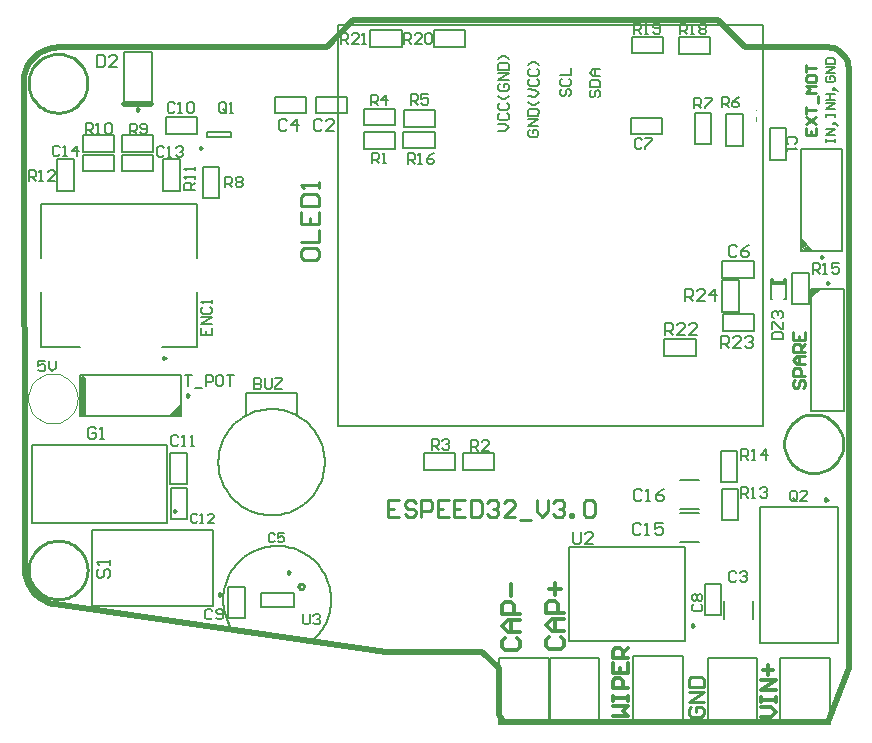
<source format=gto>
G04*
G04 #@! TF.GenerationSoftware,Altium Limited,Altium Designer,22.2.1 (43)*
G04*
G04 Layer_Color=65535*
%FSLAX25Y25*%
%MOIN*%
G70*
G04*
G04 #@! TF.SameCoordinates,5B388EAC-A044-4A36-8472-2700C52922B7*
G04*
G04*
G04 #@! TF.FilePolarity,Positive*
G04*
G01*
G75*
%ADD10C,0.00984*%
%ADD11C,0.00600*%
%ADD12C,0.01000*%
%ADD13C,0.00800*%
%ADD14C,0.00394*%
%ADD15C,0.00787*%
%ADD16C,0.01968*%
%ADD17C,0.01200*%
%ADD18R,0.04921X0.01772*%
G36*
X244434Y208397D02*
Y208268D01*
X244304D01*
Y208138D01*
X244174D01*
Y208527D01*
X244045D01*
Y209565D01*
X244174D01*
Y209695D01*
X244434D01*
Y208527D01*
Y208397D01*
D02*
G37*
G36*
X244174Y210474D02*
Y210604D01*
X244304D01*
Y210344D01*
X244174D01*
Y210474D01*
D02*
G37*
G36*
X244304Y212032D02*
Y211902D01*
X244174D01*
Y212032D01*
X244304D01*
D02*
G37*
D10*
X88732Y58067D02*
X87994Y58494D01*
Y57641D01*
X88732Y58067D01*
X268546Y154487D02*
X267808Y154914D01*
Y154061D01*
X268546Y154487D01*
X266492Y163109D02*
X265754Y163535D01*
Y162682D01*
X266492Y163109D01*
X47262Y129504D02*
X46524Y129930D01*
Y129078D01*
X47262Y129504D01*
X55101Y116990D02*
X54362Y117416D01*
Y116564D01*
X55101Y116990D01*
X38492Y212352D02*
X37754Y212779D01*
Y211926D01*
X38492Y212352D01*
X50724Y78547D02*
X49986Y78973D01*
Y78121D01*
X50724Y78547D01*
X65980Y50660D02*
X65242Y51086D01*
Y50233D01*
X65980Y50660D01*
X223531Y40260D02*
X222793Y40686D01*
Y39834D01*
X223531Y40260D01*
X267986Y82273D02*
X267248Y82699D01*
Y81847D01*
X267986Y82273D01*
X59391Y199500D02*
X58653Y199926D01*
Y199074D01*
X59391Y199500D01*
D11*
X100327Y94742D02*
X100298Y95744D01*
X100213Y96743D01*
X100072Y97736D01*
X99875Y98719D01*
X99622Y99689D01*
X99315Y100644D01*
X98954Y101579D01*
X98541Y102493D01*
X98077Y103382D01*
X97563Y104243D01*
X97002Y105074D01*
X96394Y105871D01*
X95743Y106633D01*
X95049Y107357D01*
X94315Y108041D01*
X93544Y108682D01*
X92738Y109278D01*
X91899Y109828D01*
X91031Y110329D01*
X90135Y110781D01*
X89216Y111181D01*
X88275Y111528D01*
X87317Y111822D01*
X86343Y112060D01*
X85357Y112244D01*
X84362Y112371D01*
X83362Y112442D01*
X82360Y112456D01*
X81358Y112414D01*
X80360Y112315D01*
X79369Y112159D01*
X78389Y111948D01*
X77422Y111682D01*
X76472Y111361D01*
X75542Y110987D01*
X74634Y110561D01*
X73752Y110085D01*
X72898Y109559D01*
X72075Y108986D01*
X71286Y108367D01*
X70534Y107704D01*
X69820Y107000D01*
X69147Y106257D01*
X68517Y105477D01*
X67932Y104662D01*
X67394Y103816D01*
X66905Y102941D01*
X66466Y102039D01*
X66079Y101114D01*
X65745Y100169D01*
X65465Y99206D01*
X65240Y98229D01*
X65071Y97240D01*
X64957Y96244D01*
X64901Y95243D01*
X64901Y94240D01*
X64957Y93239D01*
X65071Y92243D01*
X65240Y91255D01*
X65465Y90277D01*
X65745Y89315D01*
X66079Y88369D01*
X66466Y87444D01*
X66905Y86542D01*
X67394Y85667D01*
X67932Y84821D01*
X68517Y84006D01*
X69147Y83226D01*
X69820Y82483D01*
X70534Y81779D01*
X71286Y81116D01*
X72075Y80498D01*
X72898Y79924D01*
X73752Y79399D01*
X74634Y78922D01*
X75542Y78496D01*
X76472Y78122D01*
X77422Y77802D01*
X78389Y77535D01*
X79369Y77324D01*
X80360Y77169D01*
X81358Y77069D01*
X82359Y77027D01*
X83362Y77041D01*
X84362Y77112D01*
X85357Y77239D01*
X86343Y77423D01*
X87317Y77662D01*
X88275Y77955D01*
X89216Y78303D01*
X90135Y78703D01*
X91031Y79154D01*
X91899Y79655D01*
X92738Y80205D01*
X93544Y80801D01*
X94315Y81442D01*
X95049Y82126D01*
X95743Y82850D01*
X96394Y83612D01*
X97002Y84409D01*
X97563Y85240D01*
X98077Y86101D01*
X98541Y86990D01*
X98954Y87904D01*
X99315Y88840D01*
X99622Y89794D01*
X99875Y90764D01*
X100072Y91747D01*
X100213Y92740D01*
X100298Y93739D01*
X100327Y94742D01*
X232918Y156266D02*
X243351D01*
Y161778D01*
X232918D02*
X243351D01*
X232918Y156266D02*
Y161778D01*
X104595Y106760D02*
Y240618D01*
X246327D01*
Y106760D02*
Y240618D01*
X104595Y106760D02*
X246327D01*
X233072Y144057D02*
X243506D01*
X233072Y138545D02*
Y144057D01*
Y138545D02*
X243506D01*
Y144057D01*
X223952Y130233D02*
Y135744D01*
X213519Y130233D02*
X223952D01*
X213519D02*
Y135744D01*
X223952D01*
X232816Y144969D02*
Y155402D01*
Y144969D02*
X238328D01*
Y155402D01*
X232816D02*
X238328D01*
X228702Y230929D02*
Y236441D01*
X218269Y230929D02*
X228702D01*
X218269D02*
Y236441D01*
X228702D01*
X213049Y231016D02*
Y236527D01*
X202616Y231016D02*
X213049D01*
X202616D02*
Y236527D01*
X213049D01*
X115526Y233244D02*
Y238756D01*
X125959D01*
Y233244D02*
Y238756D01*
X115526Y233244D02*
X125959D01*
X136732Y238756D02*
X147165D01*
X136732Y233244D02*
Y238756D01*
Y233244D02*
X147165D01*
Y238756D01*
X91110Y117742D02*
X91110Y110242D01*
X74110Y117742D02*
X74110Y110242D01*
Y117742D02*
X91110Y117742D01*
X68202Y42742D02*
X73714D01*
X68202D02*
Y53175D01*
X73714D01*
Y42742D02*
Y53175D01*
X254256Y195617D02*
Y206050D01*
X248744D02*
X254256D01*
X248744Y195617D02*
Y206050D01*
Y195617D02*
X254256D01*
X232498Y43791D02*
Y54224D01*
X226986D02*
X232498D01*
X226986Y43791D02*
Y54224D01*
Y43791D02*
X232498D01*
X47284Y209664D02*
X57717D01*
X47284Y204152D02*
Y209664D01*
Y204152D02*
X57717D01*
Y209664D01*
X54387Y87360D02*
Y97794D01*
X48875D02*
X54387D01*
X48875Y87360D02*
Y97794D01*
Y87360D02*
X54387D01*
X48961Y75783D02*
Y86216D01*
Y75783D02*
X54473D01*
Y86216D01*
X48961D02*
X54473D01*
X146283Y92244D02*
Y97756D01*
X156717D01*
Y92244D02*
Y97756D01*
X146283Y92244D02*
X156717D01*
X133470Y92213D02*
Y97724D01*
X143903D01*
Y92213D02*
Y97724D01*
X133470Y92213D02*
X143903D01*
X234244Y210717D02*
X239756D01*
Y200284D02*
Y210717D01*
X234244Y200284D02*
X239756D01*
X234244D02*
Y210717D01*
X223744Y211216D02*
X229256D01*
Y200783D02*
Y211216D01*
X223744Y200783D02*
X229256D01*
X223744D02*
Y211216D01*
X59636Y193237D02*
X65148D01*
Y182804D02*
Y193237D01*
X59636Y182804D02*
X65148D01*
X59636D02*
Y193237D01*
X32783Y198244D02*
Y203756D01*
X43216D01*
Y198244D02*
Y203756D01*
X32783Y198244D02*
X43216D01*
X19783D02*
Y203756D01*
X30217D01*
Y198244D02*
Y203756D01*
X19783Y198244D02*
X30217D01*
X46575Y185311D02*
X52087D01*
X46575D02*
Y195744D01*
X52087D01*
Y185311D02*
Y195744D01*
X11142D02*
X16654D01*
Y185311D02*
Y195744D01*
X11142Y185311D02*
X16654D01*
X11142D02*
Y195744D01*
X232593Y85787D02*
X238105D01*
Y75354D02*
Y85787D01*
X232593Y75354D02*
X238105D01*
X232593D02*
Y85787D01*
X232333Y98516D02*
X237845D01*
Y88083D02*
Y98516D01*
X232333Y88083D02*
X237845D01*
X232333D02*
Y98516D01*
X256110Y157926D02*
X261622D01*
Y147493D02*
Y157926D01*
X256110Y147493D02*
X261622D01*
X256110D02*
Y157926D01*
X126587Y199455D02*
X137021D01*
Y204967D01*
X126587D02*
X137021D01*
X126587Y199455D02*
Y204967D01*
X253961Y149233D02*
Y155926D01*
X249039Y149233D02*
Y155926D01*
X253961Y155926D02*
Y155926D01*
X253390Y155926D02*
X253961D01*
X253390Y155434D02*
Y155926D01*
X249610Y155434D02*
Y155926D01*
X249039D02*
X249610D01*
X253961Y149233D02*
Y149233D01*
X253390Y149233D02*
X253961D01*
X249039D02*
Y149233D01*
Y149233D02*
X249571D01*
X83784Y211087D02*
X94217D01*
Y216599D01*
X83784D02*
X94217D01*
X83784Y211087D02*
Y216599D01*
X126782Y206644D02*
X137215D01*
Y212155D01*
X126782D02*
X137215D01*
X126782Y206644D02*
Y212155D01*
X113349Y199292D02*
X123782D01*
Y204803D01*
X113349D02*
X123782D01*
X113349Y199292D02*
Y204803D01*
X212819Y204014D02*
Y209526D01*
X202386Y204014D02*
X212819D01*
X202386D02*
Y209526D01*
X212819D01*
X97284Y211100D02*
X107717D01*
Y216612D01*
X97284D02*
X107717D01*
X97284Y211100D02*
Y216612D01*
X32783Y191744D02*
X43216D01*
Y197256D01*
X32783Y197256D02*
X43216Y197256D01*
X32783Y191744D02*
Y197256D01*
X19783D02*
X30217Y197256D01*
X19783Y197256D02*
X19783Y191744D01*
X30217D01*
Y197256D01*
X113470Y207098D02*
Y212610D01*
X123903D01*
Y207098D02*
Y212610D01*
X113470Y207098D02*
X123903D01*
X237768Y166642D02*
X237102Y167309D01*
X235769D01*
X235102Y166642D01*
Y163976D01*
X235769Y163310D01*
X237102D01*
X237768Y163976D01*
X241767Y167309D02*
X240434Y166642D01*
X239101Y165309D01*
Y163976D01*
X239767Y163310D01*
X241100D01*
X241767Y163976D01*
Y164643D01*
X241100Y165309D01*
X239101D01*
X179488Y219154D02*
X178904Y218571D01*
Y217404D01*
X179488Y216821D01*
X180071D01*
X180654Y217404D01*
Y218571D01*
X181237Y219154D01*
X181820D01*
X182403Y218571D01*
Y217404D01*
X181820Y216821D01*
X179488Y222653D02*
X178904Y222070D01*
Y220903D01*
X179488Y220320D01*
X181820D01*
X182403Y220903D01*
Y222070D01*
X181820Y222653D01*
X178904Y223819D02*
X182403D01*
Y226152D01*
X168627Y205573D02*
X168039Y204995D01*
X168030Y203829D01*
X168608Y203241D01*
X170940Y203221D01*
X171528Y203800D01*
X171538Y204966D01*
X170960Y205554D01*
X169794Y205564D01*
X169784Y204397D01*
X171553Y206715D02*
X168054Y206744D01*
X171572Y209048D01*
X168073Y209077D01*
X168083Y210243D02*
X171582Y210214D01*
X171596Y211963D01*
X171018Y212551D01*
X168685Y212571D01*
X168098Y211993D01*
X168083Y210243D01*
X171621Y214879D02*
X170445Y213722D01*
X169278Y213732D01*
X168122Y214908D01*
X168136Y216657D02*
X170469Y216638D01*
X171645Y217795D01*
X170488Y218971D01*
X168156Y218990D01*
X168768Y222484D02*
X168180Y221906D01*
X168170Y220739D01*
X168749Y220151D01*
X171081Y220132D01*
X171669Y220710D01*
X171679Y221877D01*
X171100Y222464D01*
X168797Y225983D02*
X168209Y225404D01*
X168199Y224238D01*
X168778Y223650D01*
X171110Y223631D01*
X171698Y224209D01*
X171708Y225375D01*
X171130Y225963D01*
X171722Y227125D02*
X170566Y228301D01*
X169399Y228310D01*
X168224Y227154D01*
X189185Y218687D02*
X188602Y218104D01*
Y216938D01*
X189185Y216355D01*
X189768D01*
X190352Y216938D01*
Y218104D01*
X190935Y218687D01*
X191518D01*
X192101Y218104D01*
Y216938D01*
X191518Y216355D01*
X188602Y219854D02*
X192101D01*
Y221603D01*
X191518Y222186D01*
X189185D01*
X188602Y221603D01*
Y219854D01*
X192101Y223352D02*
X189768D01*
X188602Y224519D01*
X189768Y225685D01*
X192101D01*
X190352D01*
Y223352D01*
X158182Y205185D02*
X160515D01*
X161681Y206351D01*
X160515Y207518D01*
X158182D01*
X158765Y211017D02*
X158182Y210433D01*
Y209267D01*
X158765Y208684D01*
X161098D01*
X161681Y209267D01*
Y210433D01*
X161098Y211017D01*
X158765Y214515D02*
X158182Y213932D01*
Y212766D01*
X158765Y212183D01*
X161098D01*
X161681Y212766D01*
Y213932D01*
X161098Y214515D01*
X161681Y216848D02*
X160515Y215682D01*
X159348D01*
X158182Y216848D01*
X158765Y220930D02*
X158182Y220347D01*
Y219180D01*
X158765Y218597D01*
X161098D01*
X161681Y219180D01*
Y220347D01*
X161098Y220930D01*
X159932D01*
Y219764D01*
X161681Y222096D02*
X158182D01*
X161681Y224429D01*
X158182D01*
Y225595D02*
X161681D01*
Y227344D01*
X161098Y227928D01*
X158765D01*
X158182Y227344D01*
Y225595D01*
X161681Y229094D02*
X160515Y230260D01*
X159348D01*
X158182Y229094D01*
X232548Y132838D02*
Y136837D01*
X234547D01*
X235214Y136171D01*
Y134838D01*
X234547Y134171D01*
X232548D01*
X233881D02*
X235214Y132838D01*
X239212D02*
X236547D01*
X239212Y135504D01*
Y136171D01*
X238546Y136837D01*
X237213D01*
X236547Y136171D01*
X240545D02*
X241212Y136837D01*
X242545D01*
X243211Y136171D01*
Y135504D01*
X242545Y134838D01*
X241878D01*
X242545D01*
X243211Y134171D01*
Y133505D01*
X242545Y132838D01*
X241212D01*
X240545Y133505D01*
X220542Y148381D02*
Y152380D01*
X222542D01*
X223208Y151714D01*
Y150381D01*
X222542Y149714D01*
X220542D01*
X221875D02*
X223208Y148381D01*
X227207D02*
X224541D01*
X227207Y151047D01*
Y151714D01*
X226540Y152380D01*
X225207D01*
X224541Y151714D01*
X230539Y148381D02*
Y152380D01*
X228540Y150381D01*
X231205D01*
X267401Y201462D02*
Y202462D01*
Y201962D01*
X270400D01*
Y201462D01*
Y202462D01*
Y203961D02*
X267401D01*
X270400Y205961D01*
X267401D01*
X270900Y207460D02*
X270400Y207960D01*
X269900D01*
Y207460D01*
X270400D01*
Y207960D01*
X270900Y207460D01*
X271400Y206960D01*
X267401Y209959D02*
Y210959D01*
Y210459D01*
X270400D01*
Y209959D01*
Y210959D01*
Y212459D02*
X267401D01*
X270400Y214458D01*
X267401D01*
Y215458D02*
X270400D01*
X268901D01*
Y217457D01*
X267401D01*
X270400D01*
X270900Y218956D02*
X270400Y219456D01*
X269900D01*
Y218956D01*
X270400D01*
Y219456D01*
X270900Y218956D01*
X271400Y218457D01*
X267901Y223455D02*
X267401Y222955D01*
Y221956D01*
X267901Y221456D01*
X269900D01*
X270400Y221956D01*
Y222955D01*
X269900Y223455D01*
X268901D01*
Y222455D01*
X270400Y224455D02*
X267401D01*
X270400Y226454D01*
X267401D01*
Y227454D02*
X270400D01*
Y228953D01*
X269900Y229453D01*
X267901D01*
X267401Y228953D01*
Y227454D01*
X105790Y234251D02*
Y237749D01*
X107539D01*
X108123Y237166D01*
Y236000D01*
X107539Y235417D01*
X105790D01*
X106956D02*
X108123Y234251D01*
X111621D02*
X109289D01*
X111621Y236583D01*
Y237166D01*
X111038Y237749D01*
X109872D01*
X109289Y237166D01*
X112788Y234251D02*
X113954D01*
X113371D01*
Y237749D01*
X112788Y237166D01*
X126785Y234251D02*
Y237749D01*
X128535D01*
X129118Y237166D01*
Y236000D01*
X128535Y235417D01*
X126785D01*
X127952D02*
X129118Y234251D01*
X132617D02*
X130284D01*
X132617Y236583D01*
Y237166D01*
X132034Y237749D01*
X130867D01*
X130284Y237166D01*
X133783D02*
X134366Y237749D01*
X135532D01*
X136116Y237166D01*
Y234834D01*
X135532Y234251D01*
X134366D01*
X133783Y234834D01*
Y237166D01*
X203485Y237573D02*
Y241072D01*
X205234D01*
X205817Y240489D01*
Y239323D01*
X205234Y238740D01*
X203485D01*
X204651D02*
X205817Y237573D01*
X206984D02*
X208150D01*
X207567D01*
Y241072D01*
X206984Y240489D01*
X209899Y238156D02*
X210483Y237573D01*
X211649D01*
X212232Y238156D01*
Y240489D01*
X211649Y241072D01*
X210483D01*
X209899Y240489D01*
Y239906D01*
X210483Y239323D01*
X212232D01*
X218790Y237484D02*
Y240983D01*
X220539D01*
X221122Y240400D01*
Y239234D01*
X220539Y238650D01*
X218790D01*
X219956D02*
X221122Y237484D01*
X222289D02*
X223455D01*
X222872D01*
Y240983D01*
X222289Y240400D01*
X225204D02*
X225787Y240983D01*
X226954D01*
X227537Y240400D01*
Y239817D01*
X226954Y239234D01*
X227537Y238650D01*
Y238067D01*
X226954Y237484D01*
X225787D01*
X225204Y238067D01*
Y238650D01*
X225787Y239234D01*
X225204Y239817D01*
Y240400D01*
X225787Y239234D02*
X226954D01*
X83716Y70500D02*
X83216Y70999D01*
X82216D01*
X81716Y70500D01*
Y68500D01*
X82216Y68001D01*
X83216D01*
X83716Y68500D01*
X86715Y70999D02*
X84715D01*
Y69500D01*
X85715Y70000D01*
X86215D01*
X86715Y69500D01*
Y68500D01*
X86215Y68001D01*
X85215D01*
X84715Y68500D01*
X205673Y73972D02*
X205007Y74639D01*
X203674D01*
X203007Y73972D01*
Y71307D01*
X203674Y70640D01*
X205007D01*
X205673Y71307D01*
X207006Y70640D02*
X208339D01*
X207672D01*
Y74639D01*
X207006Y73972D01*
X213004Y74639D02*
X210338D01*
Y72639D01*
X211671Y73306D01*
X212337D01*
X213004Y72639D01*
Y71307D01*
X212337Y70640D01*
X211005D01*
X210338Y71307D01*
X206070Y85276D02*
X205404Y85942D01*
X204071D01*
X203404Y85276D01*
Y82610D01*
X204071Y81944D01*
X205404D01*
X206070Y82610D01*
X207403Y81944D02*
X208736D01*
X208069D01*
Y85942D01*
X207403Y85276D01*
X213401Y85942D02*
X212068Y85276D01*
X210735Y83943D01*
Y82610D01*
X211402Y81944D01*
X212735D01*
X213401Y82610D01*
Y83276D01*
X212735Y83943D01*
X210735D01*
X53652Y123702D02*
X55985D01*
X54818D01*
Y120203D01*
X57151Y119620D02*
X59484D01*
X60650Y120203D02*
Y123702D01*
X62399D01*
X62983Y123119D01*
Y121953D01*
X62399Y121370D01*
X60650D01*
X65898Y123702D02*
X64732D01*
X64149Y123119D01*
Y120786D01*
X64732Y120203D01*
X65898D01*
X66481Y120786D01*
Y123119D01*
X65898Y123702D01*
X67648D02*
X69980D01*
X68814D01*
Y120203D01*
X7234Y128557D02*
X4902D01*
Y126808D01*
X6068Y127391D01*
X6651D01*
X7234Y126808D01*
Y125641D01*
X6651Y125058D01*
X5485D01*
X4902Y125641D01*
X8401Y128557D02*
Y126225D01*
X9567Y125058D01*
X10733Y126225D01*
Y128557D01*
X257226Y200771D02*
X257809Y201355D01*
Y202521D01*
X257226Y203104D01*
X254893D01*
X254310Y202521D01*
Y201355D01*
X254893Y200771D01*
X254310Y199605D02*
Y198439D01*
Y199022D01*
X257809D01*
X257226Y199605D01*
X67500Y211868D02*
Y214200D01*
X66917Y214783D01*
X65751D01*
X65167Y214200D01*
Y211868D01*
X65751Y211284D01*
X66917D01*
X66334Y212451D02*
X67500Y211284D01*
X66917D02*
X67500Y211868D01*
X68666Y211284D02*
X69833D01*
X69249D01*
Y214783D01*
X68666Y214200D01*
X76878Y122695D02*
Y119196D01*
X78628D01*
X79211Y119780D01*
Y120363D01*
X78628Y120946D01*
X76878D01*
X78628D01*
X79211Y121529D01*
Y122112D01*
X78628Y122695D01*
X76878D01*
X80377D02*
Y119780D01*
X80960Y119196D01*
X82127D01*
X82710Y119780D01*
Y122695D01*
X83876D02*
X86209D01*
Y122112D01*
X83876Y119780D01*
Y119196D01*
X86209D01*
X239183Y95551D02*
Y99049D01*
X240933D01*
X241516Y98466D01*
Y97300D01*
X240933Y96717D01*
X239183D01*
X240350D02*
X241516Y95551D01*
X242682D02*
X243849D01*
X243266D01*
Y99049D01*
X242682Y98466D01*
X247347Y95551D02*
Y99049D01*
X245598Y97300D01*
X247931D01*
X239165Y82912D02*
Y86410D01*
X240915D01*
X241498Y85827D01*
Y84661D01*
X240915Y84078D01*
X239165D01*
X240332D02*
X241498Y82912D01*
X242664D02*
X243830D01*
X243247D01*
Y86410D01*
X242664Y85827D01*
X245580D02*
X246163Y86410D01*
X247329D01*
X247912Y85827D01*
Y85244D01*
X247329Y84661D01*
X246746D01*
X247329D01*
X247912Y84078D01*
Y83495D01*
X247329Y82912D01*
X246163D01*
X245580Y83495D01*
X206019Y202114D02*
X205436Y202697D01*
X204270D01*
X203686Y202114D01*
Y199781D01*
X204270Y199198D01*
X205436D01*
X206019Y199781D01*
X207185Y202697D02*
X209518D01*
Y202114D01*
X207185Y199781D01*
Y199198D01*
X51542Y103166D02*
X50959Y103749D01*
X49793D01*
X49210Y103166D01*
Y100834D01*
X49793Y100251D01*
X50959D01*
X51542Y100834D01*
X52708Y100251D02*
X53875D01*
X53292D01*
Y103749D01*
X52708Y103166D01*
X55624Y100251D02*
X56790D01*
X56207D01*
Y103749D01*
X55624Y103166D01*
X249570Y135730D02*
X253068D01*
Y137480D01*
X252485Y138063D01*
X250153D01*
X249570Y137480D01*
Y135730D01*
Y139229D02*
Y141562D01*
X250153D01*
X252485Y139229D01*
X253068D01*
Y141562D01*
X250153Y142728D02*
X249570Y143311D01*
Y144477D01*
X250153Y145061D01*
X250736D01*
X251319Y144477D01*
Y143894D01*
Y144477D01*
X251902Y145061D01*
X252485D01*
X253068Y144477D01*
Y143311D01*
X252485Y142728D01*
X93072Y44222D02*
Y41306D01*
X93655Y40723D01*
X94821D01*
X95404Y41306D01*
Y44222D01*
X96570Y43639D02*
X97154Y44222D01*
X98320D01*
X98903Y43639D01*
Y43056D01*
X98320Y42473D01*
X97737D01*
X98320D01*
X98903Y41890D01*
Y41306D01*
X98320Y40723D01*
X97154D01*
X96570Y41306D01*
X62919Y45310D02*
X62335Y45893D01*
X61169D01*
X60586Y45310D01*
Y42977D01*
X61169Y42394D01*
X62335D01*
X62919Y42977D01*
X64085D02*
X64668Y42394D01*
X65834D01*
X66417Y42977D01*
Y45310D01*
X65834Y45893D01*
X64668D01*
X64085Y45310D01*
Y44727D01*
X64668Y44144D01*
X66417D01*
X35258Y204135D02*
Y207634D01*
X37007D01*
X37591Y207051D01*
Y205884D01*
X37007Y205301D01*
X35258D01*
X36424D02*
X37591Y204135D01*
X38757Y204718D02*
X39340Y204135D01*
X40506D01*
X41089Y204718D01*
Y207051D01*
X40506Y207634D01*
X39340D01*
X38757Y207051D01*
Y206467D01*
X39340Y205884D01*
X41089D01*
X20626Y204255D02*
Y207754D01*
X22376D01*
X22959Y207171D01*
Y206005D01*
X22376Y205422D01*
X20626D01*
X21793D02*
X22959Y204255D01*
X24125D02*
X25292D01*
X24708D01*
Y207754D01*
X24125Y207171D01*
X27041D02*
X27624Y207754D01*
X28790D01*
X29374Y207171D01*
Y204838D01*
X28790Y204255D01*
X27624D01*
X27041Y204838D01*
Y207171D01*
X127930Y194217D02*
Y197716D01*
X129680D01*
X130263Y197133D01*
Y195967D01*
X129680Y195384D01*
X127930D01*
X129097D02*
X130263Y194217D01*
X131429D02*
X132596D01*
X132012D01*
Y197716D01*
X131429Y197133D01*
X136678Y197716D02*
X135511Y197133D01*
X134345Y195967D01*
Y194800D01*
X134928Y194217D01*
X136094D01*
X136678Y194800D01*
Y195384D01*
X136094Y195967D01*
X134345D01*
X129083Y213940D02*
Y217439D01*
X130832D01*
X131415Y216856D01*
Y215690D01*
X130832Y215107D01*
X129083D01*
X130249D02*
X131415Y213940D01*
X134914Y217439D02*
X132582D01*
Y215690D01*
X133748Y216273D01*
X134331D01*
X134914Y215690D01*
Y214523D01*
X134331Y213940D01*
X133165D01*
X132582Y214523D01*
X115641Y213801D02*
Y217299D01*
X117390D01*
X117973Y216716D01*
Y215550D01*
X117390Y214967D01*
X115641D01*
X116807D02*
X117973Y213801D01*
X120889D02*
Y217299D01*
X119140Y215550D01*
X121472D01*
X116136Y194465D02*
Y197964D01*
X117885D01*
X118469Y197381D01*
Y196215D01*
X117885Y195632D01*
X116136D01*
X117302D02*
X118469Y194465D01*
X119635D02*
X120801D01*
X120218D01*
Y197964D01*
X119635Y197381D01*
X263084Y157652D02*
Y161151D01*
X264834D01*
X265417Y160567D01*
Y159401D01*
X264834Y158818D01*
X263084D01*
X264251D02*
X265417Y157652D01*
X266583D02*
X267749D01*
X267166D01*
Y161151D01*
X266583Y160567D01*
X271831Y161151D02*
X269499D01*
Y159401D01*
X270665Y159984D01*
X271248D01*
X271831Y159401D01*
Y158235D01*
X271248Y157652D01*
X270082D01*
X269499Y158235D01*
X67101Y186459D02*
Y189958D01*
X68851D01*
X69434Y189374D01*
Y188208D01*
X68851Y187625D01*
X67101D01*
X68268D02*
X69434Y186459D01*
X70600Y189374D02*
X71183Y189958D01*
X72350D01*
X72933Y189374D01*
Y188791D01*
X72350Y188208D01*
X72933Y187625D01*
Y187042D01*
X72350Y186459D01*
X71183D01*
X70600Y187042D01*
Y187625D01*
X71183Y188208D01*
X70600Y188791D01*
Y189374D01*
X71183Y188208D02*
X72350D01*
X223584Y212671D02*
Y216170D01*
X225334D01*
X225917Y215586D01*
Y214420D01*
X225334Y213837D01*
X223584D01*
X224751D02*
X225917Y212671D01*
X227083Y216170D02*
X229416D01*
Y215586D01*
X227083Y213254D01*
Y212671D01*
X232657Y213016D02*
Y216515D01*
X234406D01*
X234989Y215932D01*
Y214765D01*
X234406Y214182D01*
X232657D01*
X233823D02*
X234989Y213016D01*
X238488Y216515D02*
X237322Y215932D01*
X236155Y214765D01*
Y213599D01*
X236739Y213016D01*
X237905D01*
X238488Y213599D01*
Y214182D01*
X237905Y214765D01*
X236155D01*
X257683Y82334D02*
Y84666D01*
X257100Y85249D01*
X255933D01*
X255350Y84666D01*
Y82334D01*
X255933Y81751D01*
X257100D01*
X256517Y82917D02*
X257683Y81751D01*
X257100D02*
X257683Y82334D01*
X261182Y81751D02*
X258849D01*
X261182Y84083D01*
Y84666D01*
X260598Y85249D01*
X259432D01*
X258849Y84666D01*
X50328Y214220D02*
X49745Y214803D01*
X48579D01*
X47996Y214220D01*
Y211887D01*
X48579Y211304D01*
X49745D01*
X50328Y211887D01*
X51495Y211304D02*
X52661D01*
X52078D01*
Y214803D01*
X51495Y214220D01*
X54410D02*
X54993Y214803D01*
X56160D01*
X56743Y214220D01*
Y211887D01*
X56160Y211304D01*
X54993D01*
X54410Y211887D01*
Y214220D01*
X59127Y139501D02*
Y137169D01*
X62626D01*
Y139501D01*
X60877Y137169D02*
Y138335D01*
X62626Y140667D02*
X59127D01*
X62626Y143000D01*
X59127D01*
X59711Y146499D02*
X59127Y145916D01*
Y144749D01*
X59711Y144166D01*
X62043D01*
X62626Y144749D01*
Y145916D01*
X62043Y146499D01*
X62626Y147665D02*
Y148831D01*
Y148248D01*
X59127D01*
X59711Y147665D01*
X57053Y185576D02*
X53554D01*
Y187325D01*
X54137Y187908D01*
X55304D01*
X55887Y187325D01*
Y185576D01*
Y186742D02*
X57053Y187908D01*
Y189075D02*
Y190241D01*
Y189658D01*
X53554D01*
X54137Y189075D01*
X57053Y191990D02*
Y193157D01*
Y192574D01*
X53554D01*
X54137Y191990D01*
X136084Y98980D02*
Y102479D01*
X137834D01*
X138417Y101895D01*
Y100729D01*
X137834Y100146D01*
X136084D01*
X137251D02*
X138417Y98980D01*
X139583Y101895D02*
X140166Y102479D01*
X141333D01*
X141916Y101895D01*
Y101312D01*
X141333Y100729D01*
X140749D01*
X141333D01*
X141916Y100146D01*
Y99563D01*
X141333Y98980D01*
X140166D01*
X139583Y99563D01*
X1641Y188512D02*
Y192011D01*
X3391D01*
X3974Y191428D01*
Y190261D01*
X3391Y189678D01*
X1641D01*
X2808D02*
X3974Y188512D01*
X5140D02*
X6307D01*
X5723D01*
Y192011D01*
X5140Y191428D01*
X10389Y188512D02*
X8056D01*
X10389Y190845D01*
Y191428D01*
X9805Y192011D01*
X8639D01*
X8056Y191428D01*
X149129Y98595D02*
Y102094D01*
X150879D01*
X151462Y101511D01*
Y100345D01*
X150879Y99761D01*
X149129D01*
X150295D02*
X151462Y98595D01*
X154961D02*
X152628D01*
X154961Y100928D01*
Y101511D01*
X154377Y102094D01*
X153211D01*
X152628Y101511D01*
X46759Y199410D02*
X46176Y199994D01*
X45009D01*
X44426Y199410D01*
Y197078D01*
X45009Y196495D01*
X46176D01*
X46759Y197078D01*
X47925Y196495D02*
X49091D01*
X48508D01*
Y199994D01*
X47925Y199410D01*
X50841D02*
X51424Y199994D01*
X52590D01*
X53173Y199410D01*
Y198827D01*
X52590Y198244D01*
X52007D01*
X52590D01*
X53173Y197661D01*
Y197078D01*
X52590Y196495D01*
X51424D01*
X50841Y197078D01*
X223320Y47394D02*
X222736Y46811D01*
Y45644D01*
X223320Y45061D01*
X225652D01*
X226235Y45644D01*
Y46811D01*
X225652Y47394D01*
X223320Y48560D02*
X222736Y49143D01*
Y50310D01*
X223320Y50893D01*
X223903D01*
X224486Y50310D01*
X225069Y50893D01*
X225652D01*
X226235Y50310D01*
Y49143D01*
X225652Y48560D01*
X225069D01*
X224486Y49143D01*
X223903Y48560D01*
X223320D01*
X224486Y49143D02*
Y50310D01*
X237530Y57867D02*
X236947Y58450D01*
X235781D01*
X235198Y57867D01*
Y55535D01*
X235781Y54952D01*
X236947D01*
X237530Y55535D01*
X238697Y57867D02*
X239280Y58450D01*
X240446D01*
X241029Y57867D01*
Y57284D01*
X240446Y56701D01*
X239863D01*
X240446D01*
X241029Y56118D01*
Y55535D01*
X240446Y54952D01*
X239280D01*
X238697Y55535D01*
X57898Y77000D02*
X57398Y77500D01*
X56398D01*
X55898Y77000D01*
Y75000D01*
X56398Y74501D01*
X57398D01*
X57898Y75000D01*
X58898Y74501D02*
X59897D01*
X59397D01*
Y77500D01*
X58898Y77000D01*
X63396Y74501D02*
X61397D01*
X63396Y76500D01*
Y77000D01*
X62896Y77500D01*
X61897D01*
X61397Y77000D01*
X11959Y199666D02*
X11376Y200249D01*
X10210D01*
X9626Y199666D01*
Y197334D01*
X10210Y196751D01*
X11376D01*
X11959Y197334D01*
X13125Y196751D02*
X14292D01*
X13708D01*
Y200249D01*
X13125Y199666D01*
X17790Y196751D02*
Y200249D01*
X16041Y198500D01*
X18374D01*
X183133Y71604D02*
Y68271D01*
X183800Y67605D01*
X185132D01*
X185799Y68271D01*
Y71604D01*
X189798Y67605D02*
X187132D01*
X189798Y70271D01*
Y70937D01*
X189131Y71604D01*
X187798D01*
X187132Y70937D01*
D12*
X93432Y53423D02*
X92932Y54289D01*
X91932D01*
X91432Y53423D01*
X91932Y52557D01*
X92932D01*
X93432Y53423D01*
X273133Y100860D02*
X273082Y101852D01*
X272932Y102834D01*
X272683Y103795D01*
X272338Y104727D01*
X271901Y105618D01*
X271375Y106461D01*
X270767Y107247D01*
X270083Y107967D01*
X269329Y108614D01*
X268514Y109181D01*
X267646Y109663D01*
X266733Y110055D01*
X265785Y110352D01*
X264812Y110552D01*
X263824Y110652D01*
X262831D01*
X261843Y110552D01*
X260870Y110352D01*
X259922Y110055D01*
X259010Y109663D01*
X258141Y109181D01*
X257326Y108614D01*
X256572Y107967D01*
X255888Y107247D01*
X255280Y106461D01*
X254755Y105618D01*
X254317Y104727D01*
X253972Y103795D01*
X253723Y102834D01*
X253573Y101852D01*
X253523Y100860D01*
X253573Y99868D01*
X253723Y98886D01*
X253972Y97925D01*
X254317Y96993D01*
X254755Y96102D01*
X255280Y95259D01*
X255888Y94473D01*
X256572Y93753D01*
X257326Y93106D01*
X258141Y92539D01*
X259010Y92057D01*
X259922Y91665D01*
X260870Y91368D01*
X261843Y91168D01*
X262831Y91067D01*
X263824Y91068D01*
X264812Y91168D01*
X265785Y91368D01*
X266733Y91665D01*
X267646Y92057D01*
X268514Y92539D01*
X269329Y93106D01*
X270083Y93753D01*
X270767Y94473D01*
X271375Y95259D01*
X271901Y96102D01*
X272338Y96993D01*
X272683Y97925D01*
X272932Y98886D01*
X273082Y99868D01*
X273133Y100860D01*
X21305Y58823D02*
X21255Y59815D01*
X21104Y60797D01*
X20855Y61758D01*
X20510Y62690D01*
X20073Y63581D01*
X19548Y64424D01*
X18940Y65210D01*
X18255Y65929D01*
X17502Y66576D01*
X16687Y67144D01*
X15818Y67626D01*
X14905Y68018D01*
X13958Y68315D01*
X12985Y68515D01*
X11997Y68615D01*
X11003D01*
X10015Y68515D01*
X9042Y68315D01*
X8095Y68018D01*
X7182Y67626D01*
X6313Y67144D01*
X5498Y66576D01*
X4745Y65929D01*
X4060Y65210D01*
X3452Y64424D01*
X2927Y63581D01*
X2490Y62690D01*
X2145Y61758D01*
X1896Y60797D01*
X1745Y59815D01*
X1695Y58823D01*
X1745Y57831D01*
X1896Y56849D01*
X2145Y55888D01*
X2490Y54956D01*
X2927Y54064D01*
X3452Y53221D01*
X4060Y52436D01*
X4745Y51716D01*
X5498Y51069D01*
X6313Y50502D01*
X7182Y50020D01*
X8095Y49628D01*
X9042Y49331D01*
X10015Y49131D01*
X11003Y49030D01*
X11997Y49030D01*
X12985Y49131D01*
X13958Y49331D01*
X14905Y49628D01*
X15818Y50020D01*
X16687Y50502D01*
X17502Y51069D01*
X18255Y51716D01*
X18940Y52436D01*
X19548Y53222D01*
X20073Y54064D01*
X20510Y54956D01*
X20855Y55888D01*
X21104Y56849D01*
X21255Y57831D01*
X21305Y58823D01*
X21257Y221056D02*
X21206Y222047D01*
X21056Y223029D01*
X20807Y223991D01*
X20462Y224922D01*
X20025Y225814D01*
X19499Y226657D01*
X18891Y227442D01*
X18207Y228162D01*
X17453Y228809D01*
X16638Y229377D01*
X15770Y229858D01*
X14857Y230250D01*
X13909Y230547D01*
X12936Y230747D01*
X11948Y230848D01*
X10955D01*
X9967Y230747D01*
X8994Y230547D01*
X8046Y230250D01*
X7134Y229858D01*
X6265Y229377D01*
X5450Y228809D01*
X4696Y228162D01*
X4012Y227442D01*
X3404Y226657D01*
X2879Y225814D01*
X2441Y224922D01*
X2096Y223991D01*
X1847Y223029D01*
X1697Y222047D01*
X1647Y221056D01*
X1697Y220063D01*
X1847Y219082D01*
X2096Y218120D01*
X2441Y217189D01*
X2879Y216297D01*
X3404Y215454D01*
X4012Y214669D01*
X4696Y213949D01*
X5450Y213302D01*
X6265Y212735D01*
X7134Y212252D01*
X8046Y211861D01*
X8994Y211563D01*
X9967Y211364D01*
X10955Y211263D01*
X11948Y211263D01*
X12936Y211364D01*
X13909Y211563D01*
X14857Y211861D01*
X15770Y212252D01*
X16638Y212735D01*
X17453Y213302D01*
X18207Y213949D01*
X18891Y214669D01*
X19499Y215454D01*
X20025Y216297D01*
X20462Y217189D01*
X20807Y218120D01*
X21056Y219082D01*
X21206Y220064D01*
X21257Y221056D01*
X125219Y82052D02*
X121554D01*
Y76554D01*
X125219D01*
X121554Y79303D02*
X123386D01*
X130717Y81135D02*
X129801Y82052D01*
X127968D01*
X127052Y81135D01*
Y80219D01*
X127968Y79303D01*
X129801D01*
X130717Y78386D01*
Y77470D01*
X129801Y76554D01*
X127968D01*
X127052Y77470D01*
X132550Y76554D02*
Y82052D01*
X135299D01*
X136216Y81135D01*
Y79303D01*
X135299Y78386D01*
X132550D01*
X141714Y82052D02*
X138048D01*
Y76554D01*
X141714D01*
X138048Y79303D02*
X139881D01*
X147212Y82052D02*
X143547D01*
Y76554D01*
X147212D01*
X143547Y79303D02*
X145379D01*
X149045Y82052D02*
Y76554D01*
X151794D01*
X152710Y77470D01*
Y81135D01*
X151794Y82052D01*
X149045D01*
X154543Y81135D02*
X155459Y82052D01*
X157292D01*
X158209Y81135D01*
Y80219D01*
X157292Y79303D01*
X156376D01*
X157292D01*
X158209Y78386D01*
Y77470D01*
X157292Y76554D01*
X155459D01*
X154543Y77470D01*
X163707Y76554D02*
X160041D01*
X163707Y80219D01*
Y81135D01*
X162790Y82052D01*
X160958D01*
X160041Y81135D01*
X165540Y75637D02*
X169205D01*
X171038Y82052D02*
Y78386D01*
X172870Y76554D01*
X174703Y78386D01*
Y82052D01*
X176536Y81135D02*
X177452Y82052D01*
X179285D01*
X180201Y81135D01*
Y80219D01*
X179285Y79303D01*
X178369D01*
X179285D01*
X180201Y78386D01*
Y77470D01*
X179285Y76554D01*
X177452D01*
X176536Y77470D01*
X182034Y76554D02*
Y77470D01*
X182950D01*
Y76554D01*
X182034D01*
X186616Y81135D02*
X187532Y82052D01*
X189365D01*
X190281Y81135D01*
Y77470D01*
X189365Y76554D01*
X187532D01*
X186616Y77470D01*
Y81135D01*
X92488Y165174D02*
Y163175D01*
X93488Y162175D01*
X97487D01*
X98486Y163175D01*
Y165174D01*
X97487Y166174D01*
X93488D01*
X92488Y165174D01*
Y168173D02*
X98486D01*
Y172172D01*
X92488Y178170D02*
Y174171D01*
X98486D01*
Y178170D01*
X95487Y174171D02*
Y176170D01*
X92488Y180169D02*
X98486D01*
Y183168D01*
X97487Y184168D01*
X93488D01*
X92488Y183168D01*
Y180169D01*
X98486Y186167D02*
Y188166D01*
Y187167D01*
X92488D01*
X93488Y186167D01*
X257193Y122106D02*
X256526Y121439D01*
Y120106D01*
X257193Y119440D01*
X257859D01*
X258526Y120106D01*
Y121439D01*
X259192Y122106D01*
X259858D01*
X260525Y121439D01*
Y120106D01*
X259858Y119440D01*
X260525Y123439D02*
X256526D01*
Y125438D01*
X257193Y126104D01*
X258526D01*
X259192Y125438D01*
Y123439D01*
X260525Y127437D02*
X257859D01*
X256526Y128770D01*
X257859Y130103D01*
X260525D01*
X258526D01*
Y127437D01*
X260525Y131436D02*
X256526D01*
Y133435D01*
X257193Y134102D01*
X258526D01*
X259192Y133435D01*
Y131436D01*
Y132769D02*
X260525Y134102D01*
X256526Y138101D02*
Y135435D01*
X260525D01*
Y138101D01*
X258526Y135435D02*
Y136768D01*
X260758Y206173D02*
Y203840D01*
X264257D01*
Y206173D01*
X262508Y203840D02*
Y205006D01*
X260758Y207339D02*
X264257Y209671D01*
X260758D02*
X264257Y207339D01*
X260758Y210838D02*
Y213170D01*
Y212004D01*
X264257D01*
X264840Y214337D02*
Y216669D01*
X264257Y217835D02*
X260758D01*
X261925Y219002D01*
X260758Y220168D01*
X264257D01*
X260758Y223084D02*
Y221918D01*
X261341Y221334D01*
X263674D01*
X264257Y221918D01*
Y223084D01*
X263674Y223667D01*
X261341D01*
X260758Y223084D01*
Y224833D02*
Y227166D01*
Y225999D01*
X264257D01*
X222465Y13195D02*
X221632Y12362D01*
Y10696D01*
X222465Y9863D01*
X225797D01*
X226630Y10696D01*
Y12362D01*
X225797Y13195D01*
X224131D01*
Y11529D01*
X226630Y14861D02*
X221632D01*
X226630Y18194D01*
X221632D01*
Y19860D02*
X226630D01*
Y22359D01*
X225797Y23192D01*
X222465D01*
X221632Y22359D01*
Y19860D01*
D13*
X97158Y36099D02*
X97847Y36827D01*
X98495Y37592D01*
X99099Y38392D01*
X99658Y39224D01*
X100170Y40086D01*
X100633Y40976D01*
X101045Y41890D01*
X101406Y42825D01*
X101715Y43779D01*
X101970Y44748D01*
X102170Y45730D01*
X102316Y46722D01*
X102406Y47721D01*
X102440Y48723D01*
X102419Y49725D01*
X102341Y50725D01*
X102209Y51718D01*
X102021Y52703D01*
X101778Y53676D01*
X101482Y54633D01*
X101133Y55573D01*
X100732Y56492D01*
X100281Y57387D01*
X99780Y58256D01*
X99232Y59095D01*
X98638Y59903D01*
X98000Y60676D01*
X97320Y61413D01*
X96600Y62110D01*
X95842Y62767D01*
X95049Y63380D01*
X94223Y63948D01*
X93366Y64469D01*
X92482Y64942D01*
X91573Y65364D01*
X90642Y65736D01*
X89692Y66055D01*
X88725Y66321D01*
X87745Y66532D01*
X86755Y66689D01*
X85757Y66790D01*
X84756Y66835D01*
X83753Y66825D01*
X82753Y66759D01*
X81758Y66637D01*
X80771Y66460D01*
X79796Y66228D01*
X78835Y65943D01*
X77891Y65604D01*
X76968Y65214D01*
X76068Y64772D01*
X75194Y64281D01*
X74348Y63743D01*
X73534Y63157D01*
X72754Y62528D01*
X72010Y61856D01*
X71304Y61144D01*
X70639Y60394D01*
X70018Y59607D01*
X69440Y58788D01*
X68910Y57937D01*
X68427Y57058D01*
X67994Y56154D01*
X67613Y55227D01*
X67283Y54280D01*
X67007Y53316D01*
X66784Y52339D01*
X66617Y51350D01*
X66505Y50354D01*
X66448Y49353D01*
X66447Y48351D01*
X66502Y47350D01*
X66613Y46354D01*
X66779Y45365D01*
X67000Y44387D01*
X67274Y43423D01*
X67602Y42476D01*
X67983Y41548D01*
X68414Y40643D01*
X67680Y42489D02*
X68008Y41687D01*
X68375Y40902D01*
X68778Y40135D01*
X213826Y137154D02*
Y141153D01*
X215826D01*
X216492Y140487D01*
Y139154D01*
X215826Y138487D01*
X213826D01*
X215159D02*
X216492Y137154D01*
X220491D02*
X217825D01*
X220491Y139820D01*
Y140487D01*
X219824Y141153D01*
X218491D01*
X217825Y140487D01*
X224489Y137154D02*
X221824D01*
X224489Y139820D01*
Y140487D01*
X223823Y141153D01*
X222490D01*
X221824Y140487D01*
X24565Y230330D02*
Y226331D01*
X26565D01*
X27231Y226998D01*
Y229664D01*
X26565Y230330D01*
X24565D01*
X31230Y226331D02*
X28564D01*
X31230Y228997D01*
Y229664D01*
X30564Y230330D01*
X29231D01*
X28564Y229664D01*
X87598Y208557D02*
X86931Y209223D01*
X85598D01*
X84932Y208557D01*
Y205891D01*
X85598Y205225D01*
X86931D01*
X87598Y205891D01*
X90930Y205225D02*
Y209223D01*
X88931Y207224D01*
X91597D01*
X99401Y208642D02*
X98735Y209309D01*
X97402D01*
X96736Y208642D01*
Y205976D01*
X97402Y205310D01*
X98735D01*
X99401Y205976D01*
X103400Y205310D02*
X100734D01*
X103400Y207976D01*
Y208642D01*
X102734Y209309D01*
X101401D01*
X100734Y208642D01*
X25101Y59116D02*
X24351Y58366D01*
Y56867D01*
X25101Y56117D01*
X25851D01*
X26601Y56867D01*
Y58366D01*
X27351Y59116D01*
X28100D01*
X28850Y58366D01*
Y56867D01*
X28100Y56117D01*
X28850Y60615D02*
Y62115D01*
Y61365D01*
X24351D01*
X25101Y60615D01*
X24000Y105776D02*
X23334Y106443D01*
X22001D01*
X21334Y105776D01*
Y103110D01*
X22001Y102444D01*
X23334D01*
X24000Y103110D01*
Y104443D01*
X22667D01*
X25333Y102444D02*
X26666D01*
X25999D01*
Y106443D01*
X25333Y105776D01*
D14*
X17969Y116000D02*
X17909Y116997D01*
X17729Y117979D01*
X17432Y118932D01*
X17022Y119842D01*
X16506Y120697D01*
X15890Y121483D01*
X15184Y122188D01*
X14398Y122804D01*
X13544Y123321D01*
X12634Y123730D01*
X11680Y124028D01*
X10698Y124207D01*
X9702Y124268D01*
X8705Y124207D01*
X7723Y124028D01*
X6770Y123730D01*
X5860Y123321D01*
X5005Y122804D01*
X4219Y122188D01*
X3513Y121483D01*
X2898Y120697D01*
X2381Y119842D01*
X1971Y118932D01*
X1674Y117979D01*
X1494Y116997D01*
X1434Y116000D01*
X1494Y115003D01*
X1674Y114021D01*
X1971Y113068D01*
X2381Y112158D01*
X2898Y111303D01*
X3513Y110518D01*
X4219Y109811D01*
X5005Y109196D01*
X5860Y108679D01*
X6770Y108270D01*
X7723Y107973D01*
X8705Y107793D01*
X9702Y107732D01*
X10698Y107793D01*
X11680Y107973D01*
X12634Y108270D01*
X13544Y108679D01*
X14398Y109196D01*
X15184Y109811D01*
X15890Y110518D01*
X16506Y111303D01*
X17022Y112158D01*
X17432Y113068D01*
X17729Y114021D01*
X17909Y115003D01*
X17969Y116000D01*
D15*
X78988Y46552D02*
X90012D01*
X78988D02*
Y51276D01*
X90012Y46552D02*
Y51276D01*
X78988D02*
X90012D01*
X262542Y149861D02*
X265298Y152617D01*
X262542Y150649D02*
X264511Y152617D01*
X262542Y151436D02*
X263723Y152617D01*
X262542Y111672D02*
Y152617D01*
Y111672D02*
X273566D01*
Y152617D01*
X262542D02*
X273566D01*
X218902Y79135D02*
X225201D01*
X218902Y88977D02*
X225201D01*
X218915Y68005D02*
X225215D01*
X218915Y77847D02*
X225215D01*
X259150Y165140D02*
X272850D01*
Y199077D01*
X259150D02*
X272850D01*
X259150Y165140D02*
Y199077D01*
X259303Y165805D02*
X259799Y165309D01*
X259303Y168805D02*
X262799Y165309D01*
X259303Y167805D02*
X261799Y165309D01*
X259303Y166805D02*
X260799Y165309D01*
X5630Y133244D02*
X18622D01*
X5630D02*
Y151354D01*
Y180882D02*
X5630Y162772D01*
X5630Y180882D02*
X57599D01*
X57598Y162772D02*
X57599Y180882D01*
Y133244D02*
Y151354D01*
X46181Y133244D02*
X57599D01*
X203100Y7976D02*
Y30024D01*
X219636D01*
Y7976D02*
Y30024D01*
X203100Y7976D02*
X219636D01*
X228005Y7476D02*
X244540D01*
Y29524D01*
X228005D02*
X244540D01*
X228005Y7476D02*
Y29524D01*
X175372Y7449D02*
Y29496D01*
X191908D01*
Y7449D02*
Y29496D01*
X175372Y7449D02*
X191908D01*
X252232Y7476D02*
Y29524D01*
X268768D01*
Y7476D02*
Y29524D01*
X252232Y7476D02*
X268768D01*
X158401D02*
X174936D01*
Y29524D01*
X158401D02*
X174936D01*
X158401Y7476D02*
Y29524D01*
X52577Y123840D02*
X52577Y110140D01*
X18640Y123840D02*
X52577D01*
X18640D02*
X18640Y110140D01*
X52577D01*
X51912Y110293D02*
X52408Y110789D01*
X48912Y110293D02*
X52408Y113789D01*
X49912Y110293D02*
X52408Y112789D01*
X50912Y110293D02*
X52408Y111789D01*
X42724Y214912D02*
Y231447D01*
X33276D02*
X42724D01*
X33276Y214912D02*
X42724D01*
X33276D02*
Y231447D01*
X2595Y74532D02*
X47870Y74532D01*
X2595Y74532D02*
Y100516D01*
X47870D01*
Y74532D02*
Y100516D01*
X22772Y46920D02*
Y72116D01*
X62929D01*
X22772Y46920D02*
X62929D01*
Y72116D01*
X181897Y35142D02*
Y66638D01*
X220480D01*
Y35142D02*
Y66638D01*
X181897Y35142D02*
X220480D01*
X243165Y42338D02*
Y48637D01*
X233322Y42338D02*
Y48637D01*
X245526Y79911D02*
X271510D01*
X245526Y34635D02*
Y79911D01*
Y34635D02*
X271510D01*
Y79911D01*
X61063Y203213D02*
X68937D01*
X61063D02*
Y204787D01*
X68937Y204787D01*
Y203213D02*
Y204787D01*
D16*
X19818Y122500D02*
X19866Y110828D01*
X33443Y214187D02*
X42544Y214137D01*
X274955Y226045D02*
X274884Y227035D01*
X274673Y228005D01*
X274326Y228934D01*
X273851Y229805D01*
X273256Y230600D01*
X272554Y231301D01*
X271760Y231896D01*
X270889Y232371D01*
X269959Y232718D01*
X268990Y232929D01*
X268000Y233000D01*
X269Y59520D02*
X311Y58508D01*
X436Y57503D01*
X644Y56511D01*
X933Y55540D01*
X1302Y54597D01*
X1747Y53687D01*
X2265Y52817D01*
X2854Y51992D01*
X3509Y51219D01*
X4226Y50503D01*
X4999Y49849D01*
X5824Y49261D01*
X6694Y48743D01*
X7604Y48298D01*
X8548Y47930D01*
X9519Y47642D01*
X10511Y47435D01*
X11472Y233000D02*
X10472Y232956D01*
X9480Y232826D01*
X8503Y232609D01*
X7548Y232308D01*
X6624Y231925D01*
X5736Y231463D01*
X4892Y230925D01*
X4098Y230316D01*
X3360Y229640D01*
X2684Y228902D01*
X2075Y228108D01*
X1537Y227264D01*
X1075Y226376D01*
X692Y225452D01*
X391Y224497D01*
X174Y223520D01*
X44Y222528D01*
X0Y221528D01*
X80127Y233123D02*
X100995D01*
X109884Y242012D01*
X158285Y10330D02*
X159404Y9211D01*
Y8307D02*
Y9211D01*
Y8307D02*
X268232D01*
X158285Y10330D02*
Y26236D01*
X268232Y8307D02*
X274933Y26054D01*
X274955Y226045D01*
X120798Y31598D02*
X152923D01*
X158285Y26236D01*
X109884Y242012D02*
X231322D01*
X47300Y233123D02*
X80127D01*
X11925D02*
X47300D01*
X231322Y242012D02*
X240322Y233012D01*
X267500D01*
X10511Y47435D02*
X120798Y31598D01*
X0Y221528D02*
X269Y59520D01*
X274955Y226045D02*
X274884Y227035D01*
X274673Y228005D01*
X274326Y228934D01*
X273851Y229805D01*
X273256Y230600D01*
X272554Y231301D01*
X271760Y231896D01*
X270889Y232371D01*
X269959Y232718D01*
X268990Y232929D01*
X268000Y233000D01*
X269Y59520D02*
X311Y58508D01*
X436Y57503D01*
X644Y56511D01*
X933Y55540D01*
X1302Y54597D01*
X1747Y53687D01*
X2265Y52817D01*
X2854Y51992D01*
X3509Y51219D01*
X4226Y50503D01*
X4999Y49849D01*
X5824Y49261D01*
X6694Y48743D01*
X7604Y48298D01*
X8548Y47930D01*
X9519Y47642D01*
X10511Y47435D01*
X11472Y233000D02*
X10472Y232956D01*
X9480Y232826D01*
X8503Y232609D01*
X7548Y232308D01*
X6624Y231925D01*
X5736Y231463D01*
X4892Y230925D01*
X4098Y230316D01*
X3360Y229640D01*
X2684Y228902D01*
X2075Y228108D01*
X1537Y227264D01*
X1075Y226376D01*
X692Y225452D01*
X391Y224497D01*
X174Y223520D01*
X44Y222528D01*
X0Y221528D01*
X80127Y233123D02*
X100995D01*
X109884Y242012D01*
X158285Y10330D02*
X159404Y9211D01*
Y8307D02*
Y9211D01*
Y8307D02*
X268232D01*
X158285Y10330D02*
Y26236D01*
X268232Y8307D02*
X274933Y26054D01*
X274955Y226045D01*
X120798Y31598D02*
X152923D01*
X158285Y26236D01*
X109884Y242012D02*
X231322D01*
X47300Y233123D02*
X80127D01*
X11925D02*
X47300D01*
X231322Y242012D02*
X240322Y233012D01*
X267500D01*
X10511Y47435D02*
X120798Y31598D01*
X0Y221528D02*
X269Y59520D01*
D17*
X175139Y36542D02*
X174139Y35542D01*
Y33543D01*
X175139Y32543D01*
X179137D01*
X180137Y33543D01*
Y35542D01*
X179137Y36542D01*
X180137Y38541D02*
X176138D01*
X174139Y40541D01*
X176138Y42540D01*
X180137D01*
X177138D01*
Y38541D01*
X180137Y44539D02*
X174139D01*
Y47539D01*
X175139Y48538D01*
X177138D01*
X178138Y47539D01*
Y44539D01*
X177138Y50538D02*
Y54536D01*
X175139Y52537D02*
X179137D01*
X160501Y36002D02*
X159501Y35003D01*
Y33003D01*
X160501Y32004D01*
X164499D01*
X165499Y33003D01*
Y35003D01*
X164499Y36002D01*
X165499Y38002D02*
X161500D01*
X159501Y40001D01*
X161500Y42000D01*
X165499D01*
X162500D01*
Y38002D01*
X165499Y44000D02*
X159501D01*
Y46999D01*
X160501Y47998D01*
X162500D01*
X163500Y46999D01*
Y44000D01*
X162500Y49998D02*
Y53996D01*
X245691Y9753D02*
X249023D01*
X250689Y11419D01*
X249023Y13085D01*
X245691D01*
Y14751D02*
Y16417D01*
Y15584D01*
X250689D01*
Y14751D01*
Y16417D01*
Y18916D02*
X245691D01*
X250689Y22249D01*
X245691D01*
X248190Y23915D02*
Y27247D01*
X246524Y25581D02*
X249856D01*
X196343Y10281D02*
X201342D01*
X199676Y11947D01*
X201342Y13613D01*
X196343D01*
Y15280D02*
Y16946D01*
Y16113D01*
X201342D01*
Y15280D01*
Y16946D01*
Y19445D02*
X196343D01*
Y21944D01*
X197176Y22777D01*
X198843D01*
X199676Y21944D01*
Y19445D01*
X196343Y27775D02*
Y24443D01*
X201342D01*
Y27775D01*
X198843Y24443D02*
Y26109D01*
X201342Y29442D02*
X196343D01*
Y31941D01*
X197176Y32774D01*
X198843D01*
X199676Y31941D01*
Y29442D01*
Y31108D02*
X201342Y32774D01*
D18*
X251482Y154647D02*
D03*
M02*

</source>
